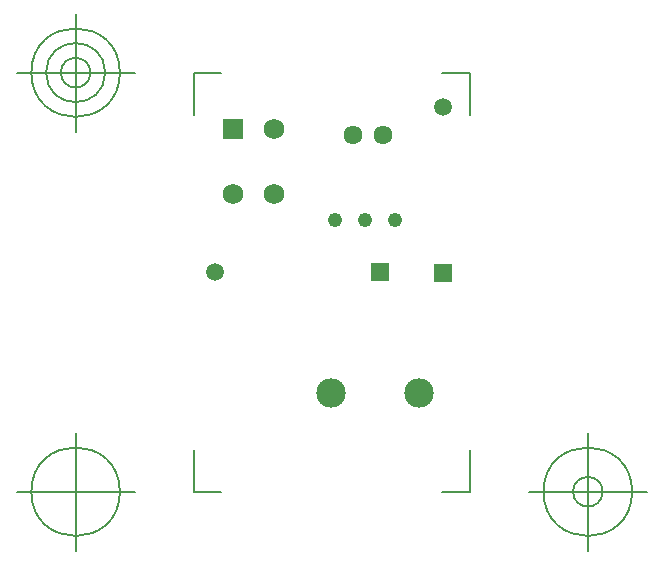
<source format=gbr>
G04 Generated by Ultiboard 14.2 *
%FSLAX34Y34*%
%MOMM*%

%ADD10C,0.0001*%
%ADD11C,0.1270*%
%ADD12C,1.0000*%
%ADD13C,1.6088*%
%ADD14C,2.4978*%
%ADD15C,1.2446*%
%ADD16C,1.5000*%
%ADD17R,1.5000X1.5000*%
%ADD18C,1.7526*%
%ADD19R,1.7526X1.7526*%


G04 ColorRGB FF00CC for the following layer *
%LNSolder Mask Top*%
%LPD*%
G54D10*
G54D11*
X-2540Y647700D02*
X-2540Y683184D01*
X-2540Y647700D02*
X20828Y647700D01*
X231140Y647700D02*
X207772Y647700D01*
X231140Y647700D02*
X231140Y683184D01*
X231140Y1002540D02*
X231140Y967056D01*
X231140Y1002540D02*
X207772Y1002540D01*
X-2540Y1002540D02*
X20828Y1002540D01*
X-2540Y1002540D02*
X-2540Y967056D01*
X-52540Y647700D02*
X-152540Y647700D01*
X-102540Y597700D02*
X-102540Y697700D01*
X-140040Y647700D02*
G75*
D01*
G02X-140040Y647700I37500J0*
G01*
X281140Y647700D02*
X381140Y647700D01*
X331140Y597700D02*
X331140Y697700D01*
X293640Y647700D02*
G75*
D01*
G02X293640Y647700I37500J0*
G01*
X318640Y647700D02*
G75*
D01*
G02X318640Y647700I12500J0*
G01*
X-52540Y1002540D02*
X-152540Y1002540D01*
X-102540Y952540D02*
X-102540Y1052540D01*
X-140040Y1002540D02*
G75*
D01*
G02X-140040Y1002540I37500J0*
G01*
X-127540Y1002540D02*
G75*
D01*
G02X-127540Y1002540I25000J0*
G01*
X-115040Y1002540D02*
G75*
D01*
G02X-115040Y1002540I12500J0*
G01*
G54D12*
X30480Y901700D03*
G54D13*
X157480Y949960D03*
X132080Y949960D03*
G54D14*
X187960Y731520D03*
X113877Y731520D03*
G54D15*
X167640Y878005D03*
X142240Y878005D03*
X116840Y878005D03*
G54D16*
X208280Y973120D03*
X15240Y833420D03*
G54D17*
X208280Y833120D03*
X155240Y833420D03*
G54D18*
X65480Y900040D03*
X30480Y900040D03*
X65480Y955040D03*
G54D19*
X30480Y955040D03*

M02*

</source>
